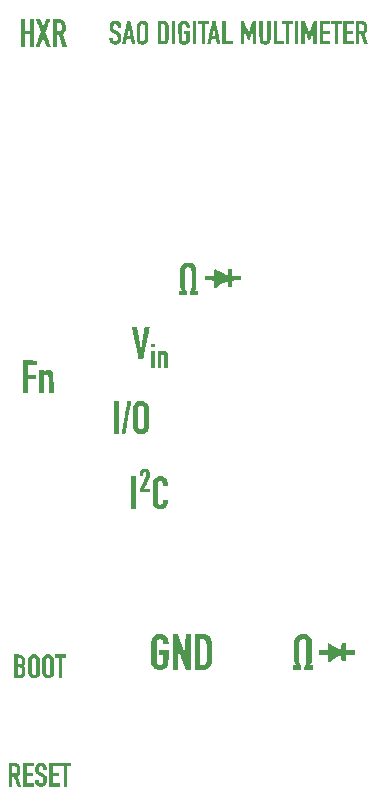
<source format=gto>
%TF.GenerationSoftware,KiCad,Pcbnew,8.99.0-3110-g1838b2656d*%
%TF.CreationDate,2024-11-19T22:29:11+01:00*%
%TF.ProjectId,dmm_sao_front,646d6d5f-7361-46f5-9f66-726f6e742e6b,1.0*%
%TF.SameCoordinates,PX4dbaf29PY3d7cb27*%
%TF.FileFunction,Legend,Top*%
%TF.FilePolarity,Positive*%
%FSLAX46Y46*%
G04 Gerber Fmt 4.6, Leading zero omitted, Abs format (unit mm)*
G04 Created by KiCad (PCBNEW 8.99.0-3110-g1838b2656d) date 2024-11-19 22:29:11*
%MOMM*%
%LPD*%
G01*
G04 APERTURE LIST*
%ADD10C,0.000000*%
G04 APERTURE END LIST*
D10*
%TO.C,G\u002A\u002A\u002A*%
G36*
X12223353Y-37655129D02*
G01*
X12223353Y-39042702D01*
X12022102Y-39042702D01*
X11820851Y-39042702D01*
X11820851Y-37655129D01*
X11820851Y-36267556D01*
X12022102Y-36267556D01*
X12223353Y-36267556D01*
X12223353Y-37655129D01*
G37*
G36*
X13685071Y-44031609D02*
G01*
X13685071Y-45419182D01*
X13483820Y-45419182D01*
X13282569Y-45419182D01*
X13282569Y-44031609D01*
X13282569Y-42644036D01*
X13483820Y-42644036D01*
X13685071Y-42644036D01*
X13685071Y-44031609D01*
G37*
G36*
X15273895Y-31585821D02*
G01*
X15273895Y-31734111D01*
X15125604Y-31734111D01*
X14977314Y-31734111D01*
X14977314Y-31585821D01*
X14977314Y-31437531D01*
X15125604Y-31437531D01*
X15273895Y-31437531D01*
X15273895Y-31585821D01*
G37*
G36*
X15273895Y-32728806D02*
G01*
X15273895Y-33450041D01*
X15125323Y-33450041D01*
X14976751Y-33450041D01*
X14982329Y-32735070D01*
X14987906Y-32020100D01*
X15130901Y-32013836D01*
X15273895Y-32007572D01*
X15273895Y-32728806D01*
G37*
G36*
X17011009Y-5073644D02*
G01*
X17011009Y-6079899D01*
X16862719Y-6079899D01*
X16714429Y-6079899D01*
X16714429Y-5073644D01*
X16714429Y-4067389D01*
X16862719Y-4067389D01*
X17011009Y-4067389D01*
X17011009Y-5073644D01*
G37*
G36*
X18790492Y-5073644D02*
G01*
X18790492Y-6079899D01*
X18642202Y-6079899D01*
X18493911Y-6079899D01*
X18493911Y-5073644D01*
X18493911Y-4067389D01*
X18642202Y-4067389D01*
X18790492Y-4067389D01*
X18790492Y-5073644D01*
G37*
G36*
X27433695Y-5073644D02*
G01*
X27433695Y-6079899D01*
X27285404Y-6079899D01*
X27137114Y-6079899D01*
X27137114Y-5073644D01*
X27137114Y-4067389D01*
X27285404Y-4067389D01*
X27433695Y-4067389D01*
X27433695Y-5073644D01*
G37*
G36*
X21290242Y-4925354D02*
G01*
X21290242Y-5783319D01*
X21576230Y-5783319D01*
X21862218Y-5783319D01*
X21862218Y-5931609D01*
X21862218Y-6079899D01*
X21427940Y-6079899D01*
X20993661Y-6079899D01*
X20993661Y-5073644D01*
X20993661Y-4067389D01*
X21141951Y-4067389D01*
X21290242Y-4067389D01*
X21290242Y-4925354D01*
G37*
G36*
X25633027Y-4925354D02*
G01*
X25633027Y-5783319D01*
X25919016Y-5783319D01*
X26205004Y-5783319D01*
X26205004Y-5931609D01*
X26205004Y-6079899D01*
X25770725Y-6079899D01*
X25336447Y-6079899D01*
X25336447Y-5073644D01*
X25336447Y-4067389D01*
X25484737Y-4067389D01*
X25633027Y-4067389D01*
X25633027Y-4925354D01*
G37*
G36*
X7774645Y-57864970D02*
G01*
X7774645Y-58002668D01*
X7605171Y-58002668D01*
X7435696Y-58002668D01*
X7435696Y-58871226D01*
X7435696Y-59739783D01*
X7287406Y-59739783D01*
X7139116Y-59739783D01*
X7139116Y-58871226D01*
X7139116Y-58002668D01*
X6969641Y-58002668D01*
X6800167Y-58002668D01*
X6800167Y-57864970D01*
X6800167Y-57727272D01*
X7287406Y-57727272D01*
X7774645Y-57727272D01*
X7774645Y-57864970D01*
G37*
G36*
X8198332Y-67037781D02*
G01*
X8198332Y-67175479D01*
X8028857Y-67175479D01*
X7859383Y-67175479D01*
X7859383Y-68044036D01*
X7859383Y-68912593D01*
X7711092Y-68912593D01*
X7562802Y-68912593D01*
X7562802Y-68044036D01*
X7562802Y-67175479D01*
X7393328Y-67175479D01*
X7223853Y-67175479D01*
X7223853Y-67037781D01*
X7223853Y-66900083D01*
X7711092Y-66900083D01*
X8198332Y-66900083D01*
X8198332Y-67037781D01*
G37*
G36*
X19892077Y-4205087D02*
G01*
X19892077Y-4342785D01*
X19722602Y-4342785D01*
X19553127Y-4342785D01*
X19553127Y-5211342D01*
X19553127Y-6079899D01*
X19404837Y-6079899D01*
X19256547Y-6079899D01*
X19256547Y-5211342D01*
X19256547Y-4342785D01*
X19087072Y-4342785D01*
X18917598Y-4342785D01*
X18917598Y-4205087D01*
X18917598Y-4067389D01*
X19404837Y-4067389D01*
X19892077Y-4067389D01*
X19892077Y-4205087D01*
G37*
G36*
X26988824Y-4205087D02*
G01*
X26988824Y-4342785D01*
X26819349Y-4342785D01*
X26649875Y-4342785D01*
X26649875Y-5211342D01*
X26649875Y-6079899D01*
X26501584Y-6079899D01*
X26353294Y-6079899D01*
X26353294Y-5211342D01*
X26353294Y-4342785D01*
X26183820Y-4342785D01*
X26014345Y-4342785D01*
X26014345Y-4205087D01*
X26014345Y-4067389D01*
X26501584Y-4067389D01*
X26988824Y-4067389D01*
X26988824Y-4205087D01*
G37*
G36*
X31119766Y-4205087D02*
G01*
X31119766Y-4342785D01*
X30950292Y-4342785D01*
X30780817Y-4342785D01*
X30780817Y-5211342D01*
X30780817Y-6079899D01*
X30632527Y-6079899D01*
X30484237Y-6079899D01*
X30484237Y-5211342D01*
X30484237Y-4342785D01*
X30314762Y-4342785D01*
X30145288Y-4342785D01*
X30145288Y-4205087D01*
X30145288Y-4067389D01*
X30632527Y-4067389D01*
X31119766Y-4067389D01*
X31119766Y-4205087D01*
G37*
G36*
X4679273Y-32838489D02*
G01*
X5267138Y-32844120D01*
X5267138Y-33034779D01*
X5267138Y-33225438D01*
X4880524Y-33231212D01*
X4493911Y-33236986D01*
X4493911Y-33649602D01*
X4493911Y-34062219D01*
X4832860Y-34062219D01*
X5171809Y-34062219D01*
X5171809Y-34252877D01*
X5171809Y-34443536D01*
X4832860Y-34443536D01*
X4493911Y-34443536D01*
X4493911Y-35026105D01*
X4493911Y-35608674D01*
X4292660Y-35608674D01*
X4091409Y-35608674D01*
X4091409Y-34220766D01*
X4091409Y-32832858D01*
X4679273Y-32838489D01*
G37*
G36*
X4999499Y-67037781D02*
G01*
X4999499Y-67175479D01*
X4713511Y-67175479D01*
X4427523Y-67175479D01*
X4427523Y-67472060D01*
X4427523Y-67768640D01*
X4681735Y-67768640D01*
X4935946Y-67768640D01*
X4935946Y-67906338D01*
X4935946Y-68044036D01*
X4681735Y-68044036D01*
X4427523Y-68044036D01*
X4427523Y-68330025D01*
X4427523Y-68616013D01*
X4713511Y-68616013D01*
X4999499Y-68616013D01*
X4999499Y-68764303D01*
X4999499Y-68912593D01*
X4565221Y-68912593D01*
X4130942Y-68912593D01*
X4130942Y-67906338D01*
X4130942Y-66900083D01*
X4565221Y-66900083D01*
X4999499Y-66900083D01*
X4999499Y-67037781D01*
G37*
G36*
X5020684Y-5093937D02*
G01*
X5020684Y-6270558D01*
X4851209Y-6270558D01*
X4681735Y-6270558D01*
X4681735Y-5751542D01*
X4681735Y-5232527D01*
X4480484Y-5232527D01*
X4279233Y-5232527D01*
X4279233Y-5751542D01*
X4279233Y-6270558D01*
X4109579Y-6270558D01*
X3939925Y-6270558D01*
X3945400Y-5100125D01*
X3950876Y-3929691D01*
X4114669Y-3923511D01*
X4278462Y-3917330D01*
X4284143Y-4421342D01*
X4289825Y-4925354D01*
X4485394Y-4931440D01*
X4680964Y-4937526D01*
X4686645Y-4433608D01*
X4692327Y-3929691D01*
X4856505Y-3923504D01*
X5020684Y-3917317D01*
X5020684Y-5093937D01*
G37*
G36*
X7202669Y-67037781D02*
G01*
X7202669Y-67175479D01*
X6916680Y-67175479D01*
X6630692Y-67175479D01*
X6630692Y-67472060D01*
X6630692Y-67768640D01*
X6884904Y-67768640D01*
X7139116Y-67768640D01*
X7139116Y-67906338D01*
X7139116Y-68044036D01*
X6884904Y-68044036D01*
X6630692Y-68044036D01*
X6630692Y-68330025D01*
X6630692Y-68616013D01*
X6916680Y-68616013D01*
X7202669Y-68616013D01*
X7202669Y-68764303D01*
X7202669Y-68912593D01*
X6768390Y-68912593D01*
X6334112Y-68912593D01*
X6334112Y-67906338D01*
X6334112Y-66900083D01*
X6768390Y-66900083D01*
X7202669Y-66900083D01*
X7202669Y-67037781D01*
G37*
G36*
X30124103Y-4205087D02*
G01*
X30124103Y-4342785D01*
X29838115Y-4342785D01*
X29552127Y-4342785D01*
X29552127Y-4639366D01*
X29552127Y-4935946D01*
X29806338Y-4935946D01*
X30060550Y-4935946D01*
X30060550Y-5073644D01*
X30060550Y-5211342D01*
X29806338Y-5211342D01*
X29552127Y-5211342D01*
X29552127Y-5497331D01*
X29552127Y-5783319D01*
X29838115Y-5783319D01*
X30124103Y-5783319D01*
X30124103Y-5931609D01*
X30124103Y-6079899D01*
X29689825Y-6079899D01*
X29255546Y-6079899D01*
X29255546Y-5073644D01*
X29255546Y-4067389D01*
X29689825Y-4067389D01*
X30124103Y-4067389D01*
X30124103Y-4205087D01*
G37*
G36*
X32094245Y-4205087D02*
G01*
X32094245Y-4342785D01*
X31808257Y-4342785D01*
X31522268Y-4342785D01*
X31522268Y-4639366D01*
X31522268Y-4935946D01*
X31776480Y-4935946D01*
X32030692Y-4935946D01*
X32030692Y-5073644D01*
X32030692Y-5211342D01*
X31776480Y-5211342D01*
X31522268Y-5211342D01*
X31522268Y-5497331D01*
X31522268Y-5783319D01*
X31808257Y-5783319D01*
X32094245Y-5783319D01*
X32094245Y-5931609D01*
X32094245Y-6079899D01*
X31659966Y-6079899D01*
X31225688Y-6079899D01*
X31225688Y-5073644D01*
X31225688Y-4067389D01*
X31659966Y-4067389D01*
X32094245Y-4067389D01*
X32094245Y-4205087D01*
G37*
G36*
X23027356Y-4575813D02*
G01*
X23075372Y-4713925D01*
X23119490Y-4837776D01*
X23157720Y-4942026D01*
X23188073Y-5021334D01*
X23208561Y-5070361D01*
X23216723Y-5084236D01*
X23230527Y-5065828D01*
X23252502Y-5017625D01*
X23277254Y-4951834D01*
X23299287Y-4888192D01*
X23331882Y-4793954D01*
X23371770Y-4678572D01*
X23415684Y-4551499D01*
X23453024Y-4443411D01*
X23582905Y-4067389D01*
X23728817Y-4067389D01*
X23874729Y-4067389D01*
X23874729Y-5073644D01*
X23874729Y-6079899D01*
X23726439Y-6079899D01*
X23578148Y-6079899D01*
X23576383Y-5481442D01*
X23574618Y-4882985D01*
X23433786Y-5301376D01*
X23292954Y-5719766D01*
X23213745Y-5719766D01*
X23134536Y-5719766D01*
X22997736Y-5301376D01*
X22860935Y-4882985D01*
X22859408Y-5481442D01*
X22857881Y-6079899D01*
X22709591Y-6079899D01*
X22561301Y-6079899D01*
X22561301Y-5073644D01*
X22561301Y-4067389D01*
X22706966Y-4067389D01*
X22852630Y-4067389D01*
X23027356Y-4575813D01*
G37*
G36*
X28153961Y-4575813D02*
G01*
X28201978Y-4713925D01*
X28246095Y-4837776D01*
X28284325Y-4942026D01*
X28314679Y-5021334D01*
X28335166Y-5070361D01*
X28343328Y-5084236D01*
X28357133Y-5065828D01*
X28379108Y-5017625D01*
X28403859Y-4951834D01*
X28425893Y-4888192D01*
X28458487Y-4793954D01*
X28498376Y-4678572D01*
X28542289Y-4551499D01*
X28579630Y-4443411D01*
X28709511Y-4067389D01*
X28855423Y-4067389D01*
X29001334Y-4067389D01*
X29001334Y-5073644D01*
X29001334Y-6079899D01*
X28853044Y-6079899D01*
X28704754Y-6079899D01*
X28702989Y-5481442D01*
X28701224Y-4882985D01*
X28560392Y-5301376D01*
X28419560Y-5719766D01*
X28340351Y-5719766D01*
X28261142Y-5719766D01*
X28124341Y-5301376D01*
X27987540Y-4882985D01*
X27986014Y-5481442D01*
X27984487Y-6079899D01*
X27836197Y-6079899D01*
X27687906Y-6079899D01*
X27687906Y-5073644D01*
X27687906Y-4067389D01*
X27833571Y-4067389D01*
X27979236Y-4067389D01*
X28153961Y-4575813D01*
G37*
G36*
X24430097Y-4884837D02*
G01*
X24436113Y-5702286D01*
X24495551Y-5753395D01*
X24569388Y-5796362D01*
X24640959Y-5797366D01*
X24708470Y-5756416D01*
X24712472Y-5752505D01*
X24764470Y-5700507D01*
X24764470Y-4883948D01*
X24764470Y-4067389D01*
X24924672Y-4067389D01*
X25084873Y-4067389D01*
X25078258Y-4909466D01*
X25076535Y-5120680D01*
X25074842Y-5293823D01*
X25072931Y-5433194D01*
X25070554Y-5543089D01*
X25067462Y-5627807D01*
X25063408Y-5691644D01*
X25058144Y-5738899D01*
X25051421Y-5773868D01*
X25042993Y-5800849D01*
X25032610Y-5824139D01*
X25024593Y-5839527D01*
X24943350Y-5951212D01*
X24838722Y-6033795D01*
X24718327Y-6084512D01*
X24589779Y-6100601D01*
X24460692Y-6079298D01*
X24413747Y-6061127D01*
X24331938Y-6008595D01*
X24252462Y-5931895D01*
X24187587Y-5844879D01*
X24150159Y-5763519D01*
X24145041Y-5723816D01*
X24140451Y-5646119D01*
X24136494Y-5534803D01*
X24133273Y-5394240D01*
X24130893Y-5228805D01*
X24129458Y-5042870D01*
X24129059Y-4877689D01*
X24128941Y-4067389D01*
X24276511Y-4067389D01*
X24424081Y-4067389D01*
X24430097Y-4884837D01*
G37*
G36*
X30505421Y-57054799D02*
G01*
X31066805Y-57379168D01*
X31072683Y-57087165D01*
X31078561Y-56795162D01*
X31258046Y-56795162D01*
X31437531Y-56795162D01*
X31437531Y-57091743D01*
X31437531Y-57388323D01*
X31808257Y-57388323D01*
X32178982Y-57388323D01*
X32178982Y-57568390D01*
X32178982Y-57748457D01*
X31808257Y-57748457D01*
X31437531Y-57748457D01*
X31437531Y-58034445D01*
X31437531Y-58320433D01*
X31258062Y-58320433D01*
X31078593Y-58320433D01*
X31072699Y-58036775D01*
X31066805Y-57753117D01*
X30537197Y-58059627D01*
X30399842Y-58139081D01*
X30273157Y-58212287D01*
X30162145Y-58276358D01*
X30071806Y-58328413D01*
X30007143Y-58365566D01*
X29973158Y-58384933D01*
X29970517Y-58386399D01*
X29956483Y-58391418D01*
X29946510Y-58384842D01*
X29939911Y-58360937D01*
X29935998Y-58313971D01*
X29934082Y-58238211D01*
X29933475Y-58127925D01*
X29933444Y-58077559D01*
X29933444Y-57748457D01*
X29541534Y-57748457D01*
X29149625Y-57748457D01*
X29149625Y-57568390D01*
X29149625Y-57388323D01*
X29540997Y-57388323D01*
X29932368Y-57388323D01*
X29938203Y-57059376D01*
X29944037Y-56730429D01*
X30505421Y-57054799D01*
G37*
G36*
X18303253Y-57504096D02*
G01*
X18303253Y-59019516D01*
X18096401Y-59019516D01*
X17889550Y-59019516D01*
X17594645Y-58209216D01*
X17529223Y-58029868D01*
X17467015Y-57860102D01*
X17409793Y-57704702D01*
X17359330Y-57568452D01*
X17317401Y-57456134D01*
X17285780Y-57372534D01*
X17266239Y-57322434D01*
X17262792Y-57314178D01*
X17253801Y-57294806D01*
X17246391Y-57284064D01*
X17240401Y-57285342D01*
X17235671Y-57302027D01*
X17232040Y-57337507D01*
X17229348Y-57395173D01*
X17227433Y-57478412D01*
X17226134Y-57590612D01*
X17225292Y-57735162D01*
X17224744Y-57915452D01*
X17224349Y-58124478D01*
X17222852Y-59019516D01*
X17011009Y-59019516D01*
X16799166Y-59019516D01*
X16799166Y-57504837D01*
X16799166Y-55990158D01*
X16999167Y-55990158D01*
X17109670Y-55992749D01*
X17180468Y-56000715D01*
X17213914Y-56014343D01*
X17215701Y-56016638D01*
X17226145Y-56041602D01*
X17249306Y-56102248D01*
X17283637Y-56194363D01*
X17327590Y-56313732D01*
X17379619Y-56456144D01*
X17438176Y-56617384D01*
X17501714Y-56793240D01*
X17544338Y-56911676D01*
X17856442Y-57780233D01*
X17862708Y-56890492D01*
X17868974Y-56000750D01*
X18086113Y-55994713D01*
X18303253Y-55988676D01*
X18303253Y-57504096D01*
G37*
G36*
X6443901Y-33651596D02*
G01*
X6545613Y-33717136D01*
X6626975Y-33814593D01*
X6639019Y-33835714D01*
X6650924Y-33859054D01*
X6660691Y-33883083D01*
X6668570Y-33912102D01*
X6674808Y-33950412D01*
X6679655Y-34002311D01*
X6683360Y-34072101D01*
X6686171Y-34164082D01*
X6688338Y-34282553D01*
X6690109Y-34431815D01*
X6691734Y-34616168D01*
X6692904Y-34766597D01*
X6699320Y-35608674D01*
X6496949Y-35608674D01*
X6294578Y-35608674D01*
X6294460Y-34925480D01*
X6293987Y-34715669D01*
X6292360Y-34544020D01*
X6289145Y-34406332D01*
X6283908Y-34298405D01*
X6276215Y-34216037D01*
X6265633Y-34155027D01*
X6251727Y-34111176D01*
X6234065Y-34080282D01*
X6212213Y-34058144D01*
X6204304Y-34052251D01*
X6130583Y-34023905D01*
X6047902Y-34026343D01*
X5975675Y-34058886D01*
X5973864Y-34060328D01*
X5923852Y-34100805D01*
X5917784Y-34854740D01*
X5911715Y-35608674D01*
X5700644Y-35608674D01*
X5489574Y-35608674D01*
X5489574Y-34623603D01*
X5489574Y-33638532D01*
X5701417Y-33638532D01*
X5913260Y-33638532D01*
X5913260Y-33720475D01*
X5913260Y-33802417D01*
X5987046Y-33732828D01*
X6093412Y-33658589D01*
X6210126Y-33621112D01*
X6329514Y-33619185D01*
X6443901Y-33651596D01*
G37*
G36*
X15803503Y-32073635D02*
G01*
X15803503Y-32139698D01*
X15882475Y-32074603D01*
X15937310Y-32035150D01*
X15989818Y-32015677D01*
X16059854Y-32009669D01*
X16080869Y-32009507D01*
X16167813Y-32015358D01*
X16228816Y-32035450D01*
X16256532Y-32053747D01*
X16289238Y-32080859D01*
X16315327Y-32108416D01*
X16335547Y-32141322D01*
X16350643Y-32184478D01*
X16361364Y-32242789D01*
X16368455Y-32321158D01*
X16372665Y-32424487D01*
X16374738Y-32557681D01*
X16375424Y-32725642D01*
X16375479Y-32834644D01*
X16375479Y-33450041D01*
X16227189Y-33450041D01*
X16078899Y-33450041D01*
X16078899Y-32913124D01*
X16078715Y-32747767D01*
X16077921Y-32619592D01*
X16076150Y-32523411D01*
X16073038Y-32454039D01*
X16068220Y-32406288D01*
X16061329Y-32374974D01*
X16052002Y-32354908D01*
X16039872Y-32340905D01*
X16038512Y-32339658D01*
X15977730Y-32311639D01*
X15927294Y-32309894D01*
X15892653Y-32316542D01*
X15865235Y-32332080D01*
X15844194Y-32360971D01*
X15828685Y-32407681D01*
X15817863Y-32476672D01*
X15810883Y-32572410D01*
X15806901Y-32699360D01*
X15805070Y-32861984D01*
X15804698Y-32957506D01*
X15803503Y-33450041D01*
X15654931Y-33450041D01*
X15506359Y-33450041D01*
X15511937Y-32735070D01*
X15517514Y-32020100D01*
X15660509Y-32013836D01*
X15803503Y-32007572D01*
X15803503Y-32073635D01*
G37*
G36*
X20342243Y-25067357D02*
G01*
X20366779Y-25080418D01*
X20423074Y-25111992D01*
X20506262Y-25159296D01*
X20611473Y-25219549D01*
X20733839Y-25289969D01*
X20868491Y-25367775D01*
X20898332Y-25385058D01*
X21427940Y-25691919D01*
X21433834Y-25408261D01*
X21439728Y-25124603D01*
X21619196Y-25124603D01*
X21798665Y-25124603D01*
X21798665Y-25410592D01*
X21798665Y-25696580D01*
X22169391Y-25696580D01*
X22540117Y-25696580D01*
X22540117Y-25876146D01*
X22540117Y-26055713D01*
X22174687Y-26061509D01*
X21809258Y-26067306D01*
X21803364Y-26358590D01*
X21797470Y-26649874D01*
X21618599Y-26649874D01*
X21439728Y-26649874D01*
X21433834Y-26365408D01*
X21427940Y-26080942D01*
X20880802Y-26397185D01*
X20742929Y-26476718D01*
X20617246Y-26548919D01*
X20508337Y-26611179D01*
X20420782Y-26660890D01*
X20359165Y-26695443D01*
X20328067Y-26712230D01*
X20325265Y-26713427D01*
X20322003Y-26693455D01*
X20318540Y-26638379D01*
X20315194Y-26555461D01*
X20312288Y-26451964D01*
X20311019Y-26390366D01*
X20305171Y-26067306D01*
X19907965Y-26061542D01*
X19510759Y-26055779D01*
X19510759Y-25876179D01*
X19510759Y-25696580D01*
X19913261Y-25696580D01*
X20315763Y-25696580D01*
X20315763Y-25376549D01*
X20316543Y-25248889D01*
X20319154Y-25158853D01*
X20323999Y-25101718D01*
X20331483Y-25072762D01*
X20342010Y-25067265D01*
X20342243Y-25067357D01*
G37*
G36*
X6953753Y-3925025D02*
G01*
X7111092Y-3931544D01*
X7233098Y-3940391D01*
X7326802Y-3953168D01*
X7399233Y-3971477D01*
X7457422Y-3996919D01*
X7508398Y-4031097D01*
X7541076Y-4058828D01*
X7613780Y-4135891D01*
X7665589Y-4220848D01*
X7699815Y-4322710D01*
X7719770Y-4450486D01*
X7727226Y-4565221D01*
X7727182Y-4726534D01*
X7711041Y-4855940D01*
X7676219Y-4961688D01*
X7620135Y-5052026D01*
X7552180Y-5124371D01*
X7458386Y-5210828D01*
X7636717Y-5741503D01*
X7815048Y-6272179D01*
X7631559Y-6266073D01*
X7448070Y-6259966D01*
X7296003Y-5772727D01*
X7143935Y-5285487D01*
X7046196Y-5279031D01*
X6948457Y-5272574D01*
X6948457Y-5771566D01*
X6948457Y-6270558D01*
X6778982Y-6270558D01*
X6609508Y-6270558D01*
X6609508Y-5092077D01*
X6609508Y-4984460D01*
X6948457Y-4984460D01*
X7095668Y-4972118D01*
X7177105Y-4962417D01*
X7246797Y-4949057D01*
X7288120Y-4935564D01*
X7340189Y-4883933D01*
X7374855Y-4794840D01*
X7391683Y-4669644D01*
X7393328Y-4606175D01*
X7384323Y-4469966D01*
X7356807Y-4370169D01*
X7310028Y-4304729D01*
X7274796Y-4282167D01*
X7225641Y-4269353D01*
X7151858Y-4260606D01*
X7085158Y-4258048D01*
X6948457Y-4258048D01*
X6948457Y-4621254D01*
X6948457Y-4984460D01*
X6609508Y-4984460D01*
X6609508Y-4621254D01*
X6609508Y-3913596D01*
X6953753Y-3925025D01*
G37*
G36*
X13273967Y-36304628D02*
G01*
X13268147Y-36335410D01*
X13255483Y-36404124D01*
X13236660Y-36507011D01*
X13212360Y-36640308D01*
X13183268Y-36800255D01*
X13150069Y-36983091D01*
X13113445Y-37185053D01*
X13074082Y-37402382D01*
X13032663Y-37631315D01*
X13028357Y-37655129D01*
X12986767Y-37885033D01*
X12947163Y-38103715D01*
X12910229Y-38307414D01*
X12876650Y-38492369D01*
X12847108Y-38654818D01*
X12822289Y-38791001D01*
X12802877Y-38897156D01*
X12789554Y-38969523D01*
X12783007Y-39004338D01*
X12782747Y-39005629D01*
X12774750Y-39035396D01*
X12759542Y-39052773D01*
X12727442Y-39061093D01*
X12668772Y-39063689D01*
X12613579Y-39063886D01*
X12523183Y-39060788D01*
X12470163Y-39051750D01*
X12456380Y-39040234D01*
X12460067Y-39016489D01*
X12470615Y-38955314D01*
X12487254Y-38860953D01*
X12509212Y-38737653D01*
X12535719Y-38589658D01*
X12566006Y-38421214D01*
X12599301Y-38236566D01*
X12634834Y-38039960D01*
X12671835Y-37835640D01*
X12709532Y-37627853D01*
X12747157Y-37420843D01*
X12783937Y-37218855D01*
X12819104Y-37026135D01*
X12851885Y-36846929D01*
X12881511Y-36685481D01*
X12907212Y-36546038D01*
X12928217Y-36432843D01*
X12943755Y-36350143D01*
X12953055Y-36302182D01*
X12954774Y-36294036D01*
X12963546Y-36269740D01*
X12982452Y-36255477D01*
X13020972Y-36248606D01*
X13088588Y-36246483D01*
X13125773Y-36246371D01*
X13285935Y-36246371D01*
X13273967Y-36304628D01*
G37*
G36*
X14548423Y-41988608D02*
G01*
X14654046Y-42035304D01*
X14743469Y-42112564D01*
X14791501Y-42183301D01*
X14813423Y-42229882D01*
X14827567Y-42278161D01*
X14835553Y-42339024D01*
X14839001Y-42423358D01*
X14839584Y-42506338D01*
X14839831Y-42575193D01*
X14839235Y-42631499D01*
X14835829Y-42680621D01*
X14827644Y-42727926D01*
X14812708Y-42778779D01*
X14789055Y-42838545D01*
X14754713Y-42912589D01*
X14707714Y-43006279D01*
X14646089Y-43124979D01*
X14567868Y-43274054D01*
X14534411Y-43337823D01*
X14342831Y-43703252D01*
X14596520Y-43703252D01*
X14850208Y-43703252D01*
X14850208Y-43851542D01*
X14850208Y-43999833D01*
X14415930Y-43999833D01*
X13981651Y-43999833D01*
X13982018Y-43867431D01*
X13982763Y-43827839D01*
X13986189Y-43791367D01*
X13994442Y-43752965D01*
X14009667Y-43707583D01*
X14034012Y-43650172D01*
X14069620Y-43575683D01*
X14118637Y-43479067D01*
X14183210Y-43355273D01*
X14265483Y-43199254D01*
X14267822Y-43194829D01*
X14553258Y-42654628D01*
X14553443Y-42502580D01*
X14552146Y-42421549D01*
X14545719Y-42370742D01*
X14530723Y-42338043D01*
X14503719Y-42311342D01*
X14497810Y-42306625D01*
X14439241Y-42270357D01*
X14391262Y-42269564D01*
X14340326Y-42304901D01*
X14330230Y-42314716D01*
X14296436Y-42358966D01*
X14281098Y-42413586D01*
X14278232Y-42473599D01*
X14278232Y-42580483D01*
X14127095Y-42580483D01*
X13975958Y-42580483D01*
X13986223Y-42437489D01*
X14002142Y-42326564D01*
X14030621Y-42230461D01*
X14041834Y-42205689D01*
X14115088Y-42102951D01*
X14209931Y-42029648D01*
X14318807Y-41986006D01*
X14434157Y-41972251D01*
X14548423Y-41988608D01*
G37*
G36*
X15944457Y-4071317D02*
G01*
X16076235Y-4084829D01*
X16178767Y-4110520D01*
X16258325Y-4150981D01*
X16321181Y-4208806D01*
X16373605Y-4286589D01*
X16391938Y-4321601D01*
X16449625Y-4438115D01*
X16449625Y-5063052D01*
X16449175Y-5263481D01*
X16447244Y-5426485D01*
X16442960Y-5557006D01*
X16435448Y-5659984D01*
X16423835Y-5740358D01*
X16407250Y-5803070D01*
X16384818Y-5853059D01*
X16355667Y-5895266D01*
X16318923Y-5934631D01*
X16291004Y-5960629D01*
X16234712Y-6005424D01*
X16174802Y-6037735D01*
X16103176Y-6059441D01*
X16011732Y-6072420D01*
X15892371Y-6078549D01*
X15777022Y-6079781D01*
X15506922Y-6079899D01*
X15506922Y-5809596D01*
X15803503Y-5809596D01*
X15933760Y-5800174D01*
X16014370Y-5790838D01*
X16065495Y-5774331D01*
X16099924Y-5746288D01*
X16103234Y-5742320D01*
X16114656Y-5725470D01*
X16123629Y-5703123D01*
X16130446Y-5670366D01*
X16135399Y-5622291D01*
X16138780Y-5553985D01*
X16140881Y-5460540D01*
X16141995Y-5337043D01*
X16142413Y-5178585D01*
X16142452Y-5083071D01*
X16142386Y-4906372D01*
X16141942Y-4767057D01*
X16140752Y-4660139D01*
X16138448Y-4580634D01*
X16134661Y-4523555D01*
X16129022Y-4483918D01*
X16121165Y-4456737D01*
X16110719Y-4437027D01*
X16097317Y-4419802D01*
X16093080Y-4414856D01*
X16053633Y-4378913D01*
X16003777Y-4358645D01*
X15927942Y-4347865D01*
X15923606Y-4347499D01*
X15803503Y-4337539D01*
X15803503Y-5073567D01*
X15803503Y-5809596D01*
X15506922Y-5809596D01*
X15506922Y-5073644D01*
X15506922Y-5073567D01*
X15506922Y-4067389D01*
X15777162Y-4067389D01*
X15944457Y-4071317D01*
G37*
G36*
X3204128Y-66900201D02*
G01*
X3370767Y-66903442D01*
X3501915Y-66914602D01*
X3604089Y-66936066D01*
X3683802Y-66970224D01*
X3747571Y-67019463D01*
X3801912Y-67086171D01*
X3828984Y-67129199D01*
X3853885Y-67174224D01*
X3870479Y-67215315D01*
X3880441Y-67262620D01*
X3885445Y-67326285D01*
X3887168Y-67416457D01*
X3887323Y-67482652D01*
X3884991Y-67614022D01*
X3875931Y-67712685D01*
X3857049Y-67788145D01*
X3825249Y-67849906D01*
X3777435Y-67907475D01*
X3735949Y-67947472D01*
X3662911Y-68014384D01*
X3812095Y-68447600D01*
X3855942Y-68575619D01*
X3894700Y-68690107D01*
X3926362Y-68785019D01*
X3948917Y-68854313D01*
X3960358Y-68891945D01*
X3961373Y-68896705D01*
X3941991Y-68904390D01*
X3890734Y-68910031D01*
X3818083Y-68912551D01*
X3806755Y-68912593D01*
X3652042Y-68912593D01*
X3606906Y-68769599D01*
X3583019Y-68693679D01*
X3550645Y-68590447D01*
X3513899Y-68473040D01*
X3476897Y-68354596D01*
X3474188Y-68345913D01*
X3386607Y-68065221D01*
X3303312Y-68065221D01*
X3220017Y-68065221D01*
X3220017Y-68488907D01*
X3220017Y-68912593D01*
X3071726Y-68912593D01*
X2923436Y-68912593D01*
X2923436Y-67906338D01*
X2923436Y-67789824D01*
X3220017Y-67789824D01*
X3345390Y-67789824D01*
X3419334Y-67787682D01*
X3479289Y-67782149D01*
X3505056Y-67776665D01*
X3551528Y-67736761D01*
X3583518Y-67660624D01*
X3599632Y-67552319D01*
X3601334Y-67495675D01*
X3598339Y-67411955D01*
X3590511Y-67337999D01*
X3580285Y-67292347D01*
X3538722Y-67238907D01*
X3464999Y-67199519D01*
X3368110Y-67178160D01*
X3316026Y-67175479D01*
X3220017Y-67175479D01*
X3220017Y-67482652D01*
X3220017Y-67789824D01*
X2923436Y-67789824D01*
X2923436Y-67482652D01*
X2923436Y-66900083D01*
X3204128Y-66900201D01*
G37*
G36*
X32565596Y-4067507D02*
G01*
X32732235Y-4070749D01*
X32863383Y-4081908D01*
X32965556Y-4103372D01*
X33045270Y-4137530D01*
X33109039Y-4186769D01*
X33163380Y-4253477D01*
X33190452Y-4296505D01*
X33215353Y-4341530D01*
X33231947Y-4382621D01*
X33241908Y-4429926D01*
X33246913Y-4493591D01*
X33248635Y-4583764D01*
X33248790Y-4649958D01*
X33246459Y-4781328D01*
X33237399Y-4879991D01*
X33218517Y-4955451D01*
X33186716Y-5017212D01*
X33138902Y-5074781D01*
X33097417Y-5114778D01*
X33024379Y-5181690D01*
X33173563Y-5614906D01*
X33217410Y-5742925D01*
X33256168Y-5857413D01*
X33287830Y-5952326D01*
X33310385Y-6021620D01*
X33321826Y-6059251D01*
X33322841Y-6064011D01*
X33303459Y-6071696D01*
X33252202Y-6077337D01*
X33179551Y-6079857D01*
X33168223Y-6079899D01*
X33013510Y-6079899D01*
X32968374Y-5936905D01*
X32944487Y-5860986D01*
X32912113Y-5757753D01*
X32875367Y-5640346D01*
X32838365Y-5521902D01*
X32835656Y-5513219D01*
X32748075Y-5232527D01*
X32664780Y-5232527D01*
X32581484Y-5232527D01*
X32581484Y-5656213D01*
X32581484Y-6079899D01*
X32433194Y-6079899D01*
X32284904Y-6079899D01*
X32284904Y-5073644D01*
X32284904Y-4957130D01*
X32581484Y-4957130D01*
X32706858Y-4957130D01*
X32780802Y-4954988D01*
X32840756Y-4949455D01*
X32866524Y-4943971D01*
X32912996Y-4904067D01*
X32944986Y-4827930D01*
X32961100Y-4719625D01*
X32962802Y-4662981D01*
X32959807Y-4579261D01*
X32951978Y-4505306D01*
X32941753Y-4459653D01*
X32900190Y-4406213D01*
X32826467Y-4366825D01*
X32729578Y-4345466D01*
X32677494Y-4342785D01*
X32581484Y-4342785D01*
X32581484Y-4649958D01*
X32581484Y-4957130D01*
X32284904Y-4957130D01*
X32284904Y-4649958D01*
X32284904Y-4067389D01*
X32565596Y-4067507D01*
G37*
G36*
X17888281Y-4068741D02*
G01*
X18003274Y-4114570D01*
X18103121Y-4190559D01*
X18180715Y-4296611D01*
X18186037Y-4306971D01*
X18226426Y-4413794D01*
X18239624Y-4527554D01*
X18239700Y-4538571D01*
X18239700Y-4662486D01*
X18096705Y-4656222D01*
X17953711Y-4649958D01*
X17947006Y-4554628D01*
X17924411Y-4458598D01*
X17875618Y-4391522D01*
X17806055Y-4357101D01*
X17721151Y-4359034D01*
X17679836Y-4372561D01*
X17646436Y-4389244D01*
X17619783Y-4411387D01*
X17599199Y-4443507D01*
X17584005Y-4490122D01*
X17573522Y-4555749D01*
X17567074Y-4644905D01*
X17563982Y-4762107D01*
X17563568Y-4911874D01*
X17565153Y-5098723D01*
X17565563Y-5133767D01*
X17572393Y-5702313D01*
X17631832Y-5753408D01*
X17707804Y-5796545D01*
X17789717Y-5798574D01*
X17856867Y-5773510D01*
X17892308Y-5752302D01*
X17916464Y-5726603D01*
X17931478Y-5688456D01*
X17939492Y-5629905D01*
X17942650Y-5542994D01*
X17943119Y-5453229D01*
X17943119Y-5232527D01*
X17826605Y-5232527D01*
X17710092Y-5232527D01*
X17710092Y-5105421D01*
X17710092Y-4978315D01*
X17976154Y-4978315D01*
X18242217Y-4978315D01*
X18235662Y-5389660D01*
X18229107Y-5801005D01*
X18165193Y-5891869D01*
X18072621Y-5988502D01*
X17955878Y-6056923D01*
X17824938Y-6094005D01*
X17689774Y-6096623D01*
X17588046Y-6072805D01*
X17480146Y-6014471D01*
X17384169Y-5927294D01*
X17323427Y-5840632D01*
X17310263Y-5814763D01*
X17299779Y-5788538D01*
X17291671Y-5757047D01*
X17285633Y-5715378D01*
X17281361Y-5658619D01*
X17278550Y-5581857D01*
X17276895Y-5480183D01*
X17276091Y-5348683D01*
X17275833Y-5182446D01*
X17275813Y-5073644D01*
X17275813Y-4395746D01*
X17334810Y-4295381D01*
X17418953Y-4188959D01*
X17523477Y-4113181D01*
X17641277Y-4067949D01*
X17765247Y-4053168D01*
X17888281Y-4068741D01*
G37*
G36*
X5177481Y-57728521D02*
G01*
X5292373Y-57774437D01*
X5392163Y-57850484D01*
X5469773Y-57956537D01*
X5476768Y-57970265D01*
X5530799Y-58080700D01*
X5524657Y-58770759D01*
X5518515Y-59460817D01*
X5454601Y-59551717D01*
X5362051Y-59648359D01*
X5245328Y-59716791D01*
X5114401Y-59753885D01*
X4979241Y-59756514D01*
X4877454Y-59732689D01*
X4769554Y-59674354D01*
X4673577Y-59587177D01*
X4612835Y-59500515D01*
X4599670Y-59474646D01*
X4589187Y-59448422D01*
X4581079Y-59416931D01*
X4575041Y-59375261D01*
X4570769Y-59318502D01*
X4567958Y-59241741D01*
X4566303Y-59140066D01*
X4565499Y-59008566D01*
X4565241Y-58842329D01*
X4565221Y-58733527D01*
X4565221Y-58567197D01*
X4852947Y-58567197D01*
X4854495Y-58752884D01*
X4854971Y-58793650D01*
X4861801Y-59362197D01*
X4921240Y-59413292D01*
X4997212Y-59456429D01*
X5079125Y-59458457D01*
X5146275Y-59433394D01*
X5192838Y-59401100D01*
X5219368Y-59368108D01*
X5222753Y-59338732D01*
X5225815Y-59272683D01*
X5228439Y-59175654D01*
X5230507Y-59053341D01*
X5231903Y-58911437D01*
X5232510Y-58755637D01*
X5232527Y-58724895D01*
X5232455Y-58548486D01*
X5232001Y-58409553D01*
X5230807Y-58303202D01*
X5228516Y-58224540D01*
X5224770Y-58168676D01*
X5219213Y-58130714D01*
X5211486Y-58105764D01*
X5201232Y-58088931D01*
X5188095Y-58075323D01*
X5184862Y-58072349D01*
X5110672Y-58023072D01*
X5034501Y-58013757D01*
X4970620Y-58031869D01*
X4936857Y-58048630D01*
X4909911Y-58070673D01*
X4889096Y-58102522D01*
X4873725Y-58148702D01*
X4863112Y-58213736D01*
X4856569Y-58302147D01*
X4853409Y-58418460D01*
X4852947Y-58567197D01*
X4565221Y-58567197D01*
X4565221Y-58055629D01*
X4624218Y-57955264D01*
X4708451Y-57848657D01*
X4812972Y-57772804D01*
X4930702Y-57727580D01*
X5054565Y-57712860D01*
X5177481Y-57728521D01*
G37*
G36*
X6363803Y-57728521D02*
G01*
X6478695Y-57774437D01*
X6578485Y-57850484D01*
X6656095Y-57956537D01*
X6663090Y-57970265D01*
X6717121Y-58080700D01*
X6710979Y-58770759D01*
X6704837Y-59460817D01*
X6640922Y-59551717D01*
X6548373Y-59648359D01*
X6431650Y-59716791D01*
X6300723Y-59753885D01*
X6165563Y-59756514D01*
X6063776Y-59732689D01*
X5955876Y-59674354D01*
X5859899Y-59587177D01*
X5799157Y-59500515D01*
X5785992Y-59474646D01*
X5775509Y-59448422D01*
X5767401Y-59416931D01*
X5761363Y-59375261D01*
X5757091Y-59318502D01*
X5754280Y-59241741D01*
X5752625Y-59140066D01*
X5751821Y-59008566D01*
X5751562Y-58842329D01*
X5751543Y-58733527D01*
X5751543Y-58567197D01*
X6039269Y-58567197D01*
X6040817Y-58752884D01*
X6041293Y-58793650D01*
X6048123Y-59362197D01*
X6107561Y-59413292D01*
X6183534Y-59456429D01*
X6265447Y-59458457D01*
X6332596Y-59433394D01*
X6379160Y-59401100D01*
X6405690Y-59368108D01*
X6409075Y-59338732D01*
X6412137Y-59272683D01*
X6414761Y-59175654D01*
X6416829Y-59053341D01*
X6418225Y-58911437D01*
X6418832Y-58755637D01*
X6418849Y-58724895D01*
X6418777Y-58548486D01*
X6418323Y-58409553D01*
X6417129Y-58303202D01*
X6414838Y-58224540D01*
X6411092Y-58168676D01*
X6405535Y-58130714D01*
X6397808Y-58105764D01*
X6387554Y-58088931D01*
X6374417Y-58075323D01*
X6371184Y-58072349D01*
X6296994Y-58023072D01*
X6220823Y-58013757D01*
X6156942Y-58031869D01*
X6123179Y-58048630D01*
X6096233Y-58070673D01*
X6075418Y-58102522D01*
X6060047Y-58148702D01*
X6049433Y-58213736D01*
X6042890Y-58302147D01*
X6039731Y-58418460D01*
X6039269Y-58567197D01*
X5751543Y-58567197D01*
X5751543Y-58055629D01*
X5810540Y-57955264D01*
X5894773Y-57848657D01*
X5999294Y-57772804D01*
X6117024Y-57727580D01*
X6240887Y-57712860D01*
X6363803Y-57728521D01*
G37*
G36*
X14371476Y-4068638D02*
G01*
X14486368Y-4114554D01*
X14586158Y-4190600D01*
X14663768Y-4296654D01*
X14670763Y-4310381D01*
X14724794Y-4420817D01*
X14718652Y-5110876D01*
X14712510Y-5800934D01*
X14648596Y-5891833D01*
X14556046Y-5988476D01*
X14439323Y-6056907D01*
X14308396Y-6094001D01*
X14173236Y-6096631D01*
X14071449Y-6072805D01*
X13963549Y-6014471D01*
X13867572Y-5927294D01*
X13806830Y-5840632D01*
X13793665Y-5814763D01*
X13783182Y-5788538D01*
X13775074Y-5757047D01*
X13769036Y-5715378D01*
X13764764Y-5658619D01*
X13761953Y-5581857D01*
X13760298Y-5480183D01*
X13759494Y-5348683D01*
X13759236Y-5182446D01*
X13759216Y-5073644D01*
X13759216Y-4907314D01*
X14046942Y-4907314D01*
X14048490Y-5093000D01*
X14048966Y-5133767D01*
X14055796Y-5702313D01*
X14115235Y-5753408D01*
X14191207Y-5796545D01*
X14273120Y-5798574D01*
X14340270Y-5773510D01*
X14386833Y-5741217D01*
X14413363Y-5708225D01*
X14416748Y-5678849D01*
X14419810Y-5612800D01*
X14422434Y-5515771D01*
X14424502Y-5393458D01*
X14425898Y-5251554D01*
X14426505Y-5095754D01*
X14426522Y-5065012D01*
X14426450Y-4888603D01*
X14425996Y-4749669D01*
X14424802Y-4643318D01*
X14422511Y-4564657D01*
X14418765Y-4508792D01*
X14413208Y-4470831D01*
X14405481Y-4445881D01*
X14395227Y-4429048D01*
X14382090Y-4415439D01*
X14378857Y-4412466D01*
X14304667Y-4363189D01*
X14228496Y-4353874D01*
X14164615Y-4371986D01*
X14130852Y-4388746D01*
X14103906Y-4410790D01*
X14083091Y-4442639D01*
X14067720Y-4488819D01*
X14057107Y-4553853D01*
X14050564Y-4642264D01*
X14047404Y-4758576D01*
X14046942Y-4907314D01*
X13759216Y-4907314D01*
X13759216Y-4395746D01*
X13818213Y-4295381D01*
X13902446Y-4188774D01*
X14006967Y-4112921D01*
X14124697Y-4067697D01*
X14248560Y-4052977D01*
X14371476Y-4068638D01*
G37*
G36*
X14281600Y-36277682D02*
G01*
X14431738Y-36331284D01*
X14558700Y-36420271D01*
X14662014Y-36544356D01*
X14706531Y-36623256D01*
X14776063Y-36764496D01*
X14776063Y-37665275D01*
X14776063Y-38566055D01*
X14725606Y-38677698D01*
X14663624Y-38779536D01*
X14575786Y-38878422D01*
X14474373Y-38962860D01*
X14371670Y-39021354D01*
X14349355Y-39029862D01*
X14245924Y-39052476D01*
X14121818Y-39061108D01*
X13995512Y-39055807D01*
X13885477Y-39036623D01*
X13859488Y-39028554D01*
X13765781Y-38979772D01*
X13668250Y-38903229D01*
X13578963Y-38810441D01*
X13509982Y-38712925D01*
X13491908Y-38677698D01*
X13441451Y-38566055D01*
X13441451Y-37665275D01*
X13441451Y-37660746D01*
X13854545Y-37660746D01*
X13854599Y-37872378D01*
X13854898Y-38045780D01*
X13855651Y-38185089D01*
X13857063Y-38294443D01*
X13859343Y-38377980D01*
X13862698Y-38439839D01*
X13867335Y-38484156D01*
X13873461Y-38515071D01*
X13881284Y-38536720D01*
X13891011Y-38553243D01*
X13899840Y-38564963D01*
X13975006Y-38628624D01*
X14068139Y-38659145D01*
X14168374Y-38654431D01*
X14235629Y-38629728D01*
X14266467Y-38613619D01*
X14291878Y-38597504D01*
X14312387Y-38577380D01*
X14328518Y-38549245D01*
X14340797Y-38509097D01*
X14349749Y-38452933D01*
X14355899Y-38376751D01*
X14359771Y-38276548D01*
X14361891Y-38148322D01*
X14362783Y-37988070D01*
X14362974Y-37791790D01*
X14362969Y-37658889D01*
X14362969Y-36814111D01*
X14290942Y-36742085D01*
X14241188Y-36698010D01*
X14194793Y-36676703D01*
X14131789Y-36670269D01*
X14108757Y-36670058D01*
X14037636Y-36673772D01*
X13988644Y-36690176D01*
X13941817Y-36727163D01*
X13926572Y-36742085D01*
X13854545Y-36814111D01*
X13854545Y-37660746D01*
X13441451Y-37660746D01*
X13441451Y-36814111D01*
X13441451Y-36764496D01*
X13510984Y-36623256D01*
X13601724Y-36480902D01*
X13716358Y-36373497D01*
X13854416Y-36301326D01*
X14015426Y-36264676D01*
X14108757Y-36259751D01*
X14281600Y-36277682D01*
G37*
G36*
X3776364Y-57730081D02*
G01*
X3894941Y-57739715D01*
X3987474Y-57757990D01*
X4061976Y-57786719D01*
X4126462Y-57827715D01*
X4149220Y-57846213D01*
X4225579Y-57930464D01*
X4275843Y-58033316D01*
X4302490Y-58161627D01*
X4308470Y-58286919D01*
X4302533Y-58407400D01*
X4282730Y-58498214D01*
X4245045Y-58570903D01*
X4187221Y-58635368D01*
X4133553Y-58685499D01*
X4194387Y-58736687D01*
X4243664Y-58790712D01*
X4277630Y-58860693D01*
X4298218Y-58953830D01*
X4307361Y-59077323D01*
X4308210Y-59160814D01*
X4306341Y-59265086D01*
X4300519Y-59340117D01*
X4288427Y-59399003D01*
X4267750Y-59454839D01*
X4249200Y-59494495D01*
X4200407Y-59578054D01*
X4143525Y-59636635D01*
X4092298Y-59670962D01*
X4051297Y-59693742D01*
X4012886Y-59709902D01*
X3968481Y-59720809D01*
X3909501Y-59727826D01*
X3827362Y-59732320D01*
X3713482Y-59735656D01*
X3680775Y-59736430D01*
X3368307Y-59743669D01*
X3368307Y-59443202D01*
X3664887Y-59443202D01*
X3780220Y-59443202D01*
X3859948Y-59438261D01*
X3915563Y-59420064D01*
X3954154Y-59392795D01*
X3985799Y-59360788D01*
X4004744Y-59324040D01*
X4015265Y-59269732D01*
X4021271Y-59191679D01*
X4024212Y-59059607D01*
X4013430Y-58962842D01*
X3985232Y-58895527D01*
X3935923Y-58851802D01*
X3861809Y-58825811D01*
X3783042Y-58813940D01*
X3664887Y-58801745D01*
X3664887Y-59122474D01*
X3664887Y-59443202D01*
X3368307Y-59443202D01*
X3368307Y-59122474D01*
X3368307Y-58735470D01*
X3368307Y-58558553D01*
X3664887Y-58558553D01*
X3792816Y-58549300D01*
X3880733Y-58537724D01*
X3938857Y-58515900D01*
X3966554Y-58494236D01*
X3998741Y-58438274D01*
X4018454Y-58356456D01*
X4024557Y-58263751D01*
X4015916Y-58175128D01*
X3995467Y-58112889D01*
X3941789Y-58054040D01*
X3855152Y-58016706D01*
X3740177Y-58002830D01*
X3733736Y-58002787D01*
X3664887Y-58002668D01*
X3664887Y-58280611D01*
X3664887Y-58558553D01*
X3368307Y-58558553D01*
X3368307Y-58280611D01*
X3368307Y-57727272D01*
X3623730Y-57727272D01*
X3776364Y-57730081D01*
G37*
G36*
X15798322Y-55978413D02*
G01*
X15904425Y-55999162D01*
X16070802Y-56062357D01*
X16206766Y-56154890D01*
X16311784Y-56276065D01*
X16385322Y-56425182D01*
X16426847Y-56601542D01*
X16435197Y-56694537D01*
X16444215Y-56879899D01*
X16219188Y-56879899D01*
X15994162Y-56879899D01*
X15994082Y-56747497D01*
X15980914Y-56622696D01*
X15940616Y-56528902D01*
X15871747Y-56463429D01*
X15830277Y-56442165D01*
X15728978Y-56419882D01*
X15623110Y-56429684D01*
X15536122Y-56466545D01*
X15509335Y-56485333D01*
X15487058Y-56506015D01*
X15468907Y-56532416D01*
X15454496Y-56568357D01*
X15443438Y-56617662D01*
X15435349Y-56684152D01*
X15429843Y-56771652D01*
X15426533Y-56883984D01*
X15425034Y-57024971D01*
X15424960Y-57198434D01*
X15425926Y-57408198D01*
X15426823Y-57549745D01*
X15432777Y-58450827D01*
X15511907Y-58523328D01*
X15605846Y-58583052D01*
X15711058Y-58603148D01*
X15822491Y-58583085D01*
X15872459Y-58561259D01*
X15915133Y-58532557D01*
X15946885Y-58492761D01*
X15969186Y-58435898D01*
X15983506Y-58355998D01*
X15991315Y-58247088D01*
X15994083Y-58103198D01*
X15994162Y-58066902D01*
X15994162Y-57748457D01*
X15824687Y-57748457D01*
X15655212Y-57748457D01*
X15655212Y-57547206D01*
X15655212Y-57345954D01*
X16048350Y-57345954D01*
X16441487Y-57345954D01*
X16434964Y-57933819D01*
X16428440Y-58521684D01*
X16369116Y-58642490D01*
X16287900Y-58767459D01*
X16178242Y-58878660D01*
X16052392Y-58964875D01*
X15981750Y-58997193D01*
X15849023Y-59030128D01*
X15699409Y-59040439D01*
X15550872Y-59028157D01*
X15428583Y-58996158D01*
X15304015Y-58929315D01*
X15187051Y-58832030D01*
X15090237Y-58715943D01*
X15047230Y-58642490D01*
X14987906Y-58521684D01*
X14981397Y-57582887D01*
X14980073Y-57307499D01*
X14980216Y-57073945D01*
X14981835Y-56881715D01*
X14984939Y-56730301D01*
X14989535Y-56619192D01*
X14995632Y-56547880D01*
X14998494Y-56530382D01*
X15040864Y-56404767D01*
X15111078Y-56281110D01*
X15199731Y-56173391D01*
X15286555Y-56102229D01*
X15453078Y-56018936D01*
X15623915Y-55977623D01*
X15798322Y-55978413D01*
G37*
G36*
X19237451Y-55994940D02*
G01*
X19415041Y-56004835D01*
X19561459Y-56025677D01*
X19681876Y-56058703D01*
X19781462Y-56105146D01*
X19865386Y-56166241D01*
X19905681Y-56205406D01*
X19950132Y-56255331D01*
X19987582Y-56305432D01*
X20018582Y-56359663D01*
X20043688Y-56421980D01*
X20063452Y-56496338D01*
X20078427Y-56586693D01*
X20089168Y-56697000D01*
X20096228Y-56831215D01*
X20100160Y-56993292D01*
X20101517Y-57187188D01*
X20100854Y-57416856D01*
X20099570Y-57591001D01*
X20097691Y-57805663D01*
X20095875Y-57982357D01*
X20093866Y-58125482D01*
X20091414Y-58239438D01*
X20088264Y-58328625D01*
X20084164Y-58397442D01*
X20078861Y-58450288D01*
X20072101Y-58491563D01*
X20063633Y-58525667D01*
X20053203Y-58556999D01*
X20042410Y-58585237D01*
X19964949Y-58728065D01*
X19856575Y-58847207D01*
X19723912Y-58936436D01*
X19626992Y-58975693D01*
X19570046Y-58991633D01*
X19512456Y-59003251D01*
X19446176Y-59011196D01*
X19363158Y-59016118D01*
X19255354Y-59018669D01*
X19114716Y-59019499D01*
X19084700Y-59019516D01*
X18684288Y-59019516D01*
X18685738Y-58617014D01*
X19129441Y-58617014D01*
X19230067Y-58616496D01*
X19317224Y-58610989D01*
X19407195Y-58597985D01*
X19426022Y-58594020D01*
X19495257Y-58571046D01*
X19553409Y-58540067D01*
X19566683Y-58529484D01*
X19589209Y-58505543D01*
X19607847Y-58477272D01*
X19622922Y-58440742D01*
X19634758Y-58392023D01*
X19643680Y-58327186D01*
X19650013Y-58242302D01*
X19654082Y-58133443D01*
X19656210Y-57996678D01*
X19656723Y-57828078D01*
X19655946Y-57623716D01*
X19654847Y-57462468D01*
X19653141Y-57249762D01*
X19651396Y-57075239D01*
X19649393Y-56934713D01*
X19646915Y-56824000D01*
X19643744Y-56738913D01*
X19639662Y-56675268D01*
X19634451Y-56628878D01*
X19627893Y-56595559D01*
X19619770Y-56571126D01*
X19609864Y-56551392D01*
X19607182Y-56546865D01*
X19540696Y-56477692D01*
X19440190Y-56433594D01*
X19305847Y-56414644D01*
X19266710Y-56413844D01*
X19129441Y-56413844D01*
X19129441Y-57515429D01*
X19129441Y-58617014D01*
X18685738Y-58617014D01*
X18689706Y-57515429D01*
X18689725Y-57510133D01*
X18695162Y-56000750D01*
X19023519Y-55994760D01*
X19237451Y-55994940D01*
G37*
G36*
X14718806Y-29977027D02*
G01*
X14782429Y-29981297D01*
X14816893Y-29989561D01*
X14828776Y-30002759D01*
X14829024Y-30005743D01*
X14824860Y-30031197D01*
X14812846Y-30094586D01*
X14793697Y-30192351D01*
X14768127Y-30320934D01*
X14736851Y-30476775D01*
X14700585Y-30656316D01*
X14660044Y-30855998D01*
X14615943Y-31072262D01*
X14568996Y-31301550D01*
X14553628Y-31376415D01*
X14505976Y-31608657D01*
X14460937Y-31828662D01*
X14419223Y-32032916D01*
X14381547Y-32217905D01*
X14348622Y-32380115D01*
X14321160Y-32516032D01*
X14299875Y-32622142D01*
X14285478Y-32694931D01*
X14278684Y-32730885D01*
X14278232Y-32734058D01*
X14259100Y-32744189D01*
X14209429Y-32750084D01*
X14140803Y-32752041D01*
X14064809Y-32750361D01*
X13993032Y-32745342D01*
X13937058Y-32737283D01*
X13908471Y-32726484D01*
X13907197Y-32724478D01*
X13901410Y-32699573D01*
X13887967Y-32636730D01*
X13867608Y-32539538D01*
X13841072Y-32411587D01*
X13809099Y-32256467D01*
X13772428Y-32077769D01*
X13731799Y-31879081D01*
X13687952Y-31663994D01*
X13641625Y-31436098D01*
X13631168Y-31384570D01*
X13584278Y-31153584D01*
X13539648Y-30934027D01*
X13498030Y-30729568D01*
X13460172Y-30543876D01*
X13426825Y-30380620D01*
X13398737Y-30243468D01*
X13376659Y-30136089D01*
X13361339Y-30062152D01*
X13353529Y-30025326D01*
X13352927Y-30022709D01*
X13348944Y-30001054D01*
X13354494Y-29987302D01*
X13376772Y-29979981D01*
X13422977Y-29977618D01*
X13500303Y-29978738D01*
X13559925Y-29980340D01*
X13778708Y-29986405D01*
X13929389Y-30912998D01*
X13960923Y-31105789D01*
X13990661Y-31285446D01*
X14017872Y-31447700D01*
X14041823Y-31588284D01*
X14061782Y-31702929D01*
X14077016Y-31787369D01*
X14086794Y-31837334D01*
X14090054Y-31849575D01*
X14095525Y-31831651D01*
X14106897Y-31776289D01*
X14123389Y-31687889D01*
X14144223Y-31570854D01*
X14168618Y-31429583D01*
X14195795Y-31268478D01*
X14224975Y-31091939D01*
X14233536Y-31039496D01*
X14263955Y-30852880D01*
X14293051Y-30674851D01*
X14319936Y-30510807D01*
X14343721Y-30366149D01*
X14363519Y-30246276D01*
X14378442Y-30156586D01*
X14387601Y-30102481D01*
X14388449Y-30097623D01*
X14409865Y-29975813D01*
X14619444Y-29975813D01*
X14718806Y-29977027D01*
G37*
G36*
X5689045Y-4260960D02*
G01*
X5736274Y-4388867D01*
X5772152Y-4479936D01*
X5798313Y-4537658D01*
X5816396Y-4565526D01*
X5828035Y-4567030D01*
X5830527Y-4562837D01*
X5843937Y-4529417D01*
X5868966Y-4464446D01*
X5902499Y-4376098D01*
X5941425Y-4272547D01*
X5958713Y-4226271D01*
X6069310Y-3929691D01*
X6244079Y-3923538D01*
X6337227Y-3922802D01*
X6396868Y-3927981D01*
X6418814Y-3938700D01*
X6418849Y-3939246D01*
X6411265Y-3964006D01*
X6389883Y-4022711D01*
X6356754Y-4110015D01*
X6313931Y-4220571D01*
X6263466Y-4349035D01*
X6207412Y-4490058D01*
X6207006Y-4491075D01*
X6150891Y-4632349D01*
X6100358Y-4761278D01*
X6057463Y-4872479D01*
X6024261Y-4960567D01*
X6002809Y-5020158D01*
X5995163Y-5045869D01*
X5995162Y-5045895D01*
X6002685Y-5071201D01*
X6023966Y-5130780D01*
X6057082Y-5219548D01*
X6100104Y-5332420D01*
X6151107Y-5464311D01*
X6208164Y-5610138D01*
X6228190Y-5660950D01*
X6286697Y-5809447D01*
X6339824Y-5944886D01*
X6385658Y-6062345D01*
X6422287Y-6156901D01*
X6447798Y-6223631D01*
X6460281Y-6257613D01*
X6461218Y-6260856D01*
X6441666Y-6265265D01*
X6389537Y-6268627D01*
X6314617Y-6270407D01*
X6283374Y-6270558D01*
X6105531Y-6270558D01*
X5974085Y-5915721D01*
X5930729Y-5799425D01*
X5891614Y-5695904D01*
X5859423Y-5612143D01*
X5836836Y-5555130D01*
X5827112Y-5532771D01*
X5814837Y-5541696D01*
X5790743Y-5587322D01*
X5756378Y-5666147D01*
X5713287Y-5774666D01*
X5672906Y-5882313D01*
X5534227Y-6259966D01*
X5349003Y-6266125D01*
X5257575Y-6267839D01*
X5202264Y-6265071D01*
X5176985Y-6257082D01*
X5174828Y-6244941D01*
X5185035Y-6218891D01*
X5208542Y-6158483D01*
X5243347Y-6068870D01*
X5287452Y-5955205D01*
X5338857Y-5822639D01*
X5395561Y-5676325D01*
X5413702Y-5629502D01*
X5641526Y-5041406D01*
X5426434Y-4495216D01*
X5370321Y-4352205D01*
X5319665Y-4222106D01*
X5276457Y-4110111D01*
X5242687Y-4021411D01*
X5220345Y-3961199D01*
X5211420Y-3934665D01*
X5211343Y-3934063D01*
X5230888Y-3927246D01*
X5282982Y-3922056D01*
X5357814Y-3919322D01*
X5388248Y-3919099D01*
X5565154Y-3919099D01*
X5689045Y-4260960D01*
G37*
G36*
X5735494Y-66893416D02*
G01*
X5799368Y-66904428D01*
X5856267Y-66927799D01*
X5902301Y-66954449D01*
X6010353Y-67042981D01*
X6084858Y-67155342D01*
X6127359Y-67294154D01*
X6135036Y-67350250D01*
X6149304Y-67493244D01*
X5987496Y-67493244D01*
X5825688Y-67493244D01*
X5825688Y-67400771D01*
X5809708Y-67306835D01*
X5766413Y-67235985D01*
X5702771Y-67193198D01*
X5625749Y-67183448D01*
X5552824Y-67205946D01*
X5496962Y-67256972D01*
X5460276Y-67335804D01*
X5445430Y-67431225D01*
X5455089Y-67532021D01*
X5466159Y-67570610D01*
X5486243Y-67610917D01*
X5520117Y-67645930D01*
X5574671Y-67680042D01*
X5656794Y-67717649D01*
X5760286Y-67758235D01*
X5906189Y-67826736D01*
X6014437Y-67907756D01*
X6083575Y-68000050D01*
X6103459Y-68051615D01*
X6117847Y-68134901D01*
X6125387Y-68244044D01*
X6126197Y-68364076D01*
X6120393Y-68480031D01*
X6108093Y-68576942D01*
X6099040Y-68615267D01*
X6043168Y-68732424D01*
X5957673Y-68825298D01*
X5849347Y-68891264D01*
X5724982Y-68927696D01*
X5591369Y-68931968D01*
X5455301Y-68901456D01*
X5408560Y-68882169D01*
X5298599Y-68808474D01*
X5212525Y-68704241D01*
X5154279Y-68576312D01*
X5127800Y-68431530D01*
X5126605Y-68392535D01*
X5128710Y-68366123D01*
X5140972Y-68350640D01*
X5172311Y-68343172D01*
X5231648Y-68340803D01*
X5285488Y-68340617D01*
X5444370Y-68340617D01*
X5444370Y-68436909D01*
X5459952Y-68531554D01*
X5505682Y-68597041D01*
X5580040Y-68631773D01*
X5635029Y-68637197D01*
X5711527Y-68626421D01*
X5769531Y-68589267D01*
X5773690Y-68585199D01*
X5798879Y-68556253D01*
X5814328Y-68523901D01*
X5822375Y-68477356D01*
X5825357Y-68405832D01*
X5825688Y-68345272D01*
X5823637Y-68247999D01*
X5813252Y-68177843D01*
X5788187Y-68126383D01*
X5742095Y-68085198D01*
X5668629Y-68045867D01*
X5567237Y-68002359D01*
X5422535Y-67935764D01*
X5314997Y-67867527D01*
X5239739Y-67790796D01*
X5191877Y-67698720D01*
X5166528Y-67584449D01*
X5158807Y-67441132D01*
X5158802Y-67429407D01*
X5160655Y-67335537D01*
X5167955Y-67268674D01*
X5184100Y-67213502D01*
X5212488Y-67154709D01*
X5224602Y-67132826D01*
X5300563Y-67027213D01*
X5392027Y-66953044D01*
X5453331Y-66918416D01*
X5508138Y-66899290D01*
X5573771Y-66891405D01*
X5647020Y-66890336D01*
X5735494Y-66893416D01*
G37*
G36*
X12027237Y-4060722D02*
G01*
X12091111Y-4071734D01*
X12148010Y-4095105D01*
X12194045Y-4121755D01*
X12302096Y-4210287D01*
X12376601Y-4322648D01*
X12419102Y-4461460D01*
X12426780Y-4517556D01*
X12441047Y-4660550D01*
X12279239Y-4660550D01*
X12117431Y-4660550D01*
X12117431Y-4568077D01*
X12101451Y-4474141D01*
X12058156Y-4403291D01*
X11994514Y-4360504D01*
X11917493Y-4350754D01*
X11844567Y-4373252D01*
X11788706Y-4424278D01*
X11752019Y-4503110D01*
X11737173Y-4598531D01*
X11746833Y-4699327D01*
X11757902Y-4737916D01*
X11777986Y-4778223D01*
X11811860Y-4813236D01*
X11866414Y-4847348D01*
X11948537Y-4884955D01*
X12052029Y-4925541D01*
X12197932Y-4994042D01*
X12306180Y-5075062D01*
X12375318Y-5167356D01*
X12395202Y-5218921D01*
X12409590Y-5302207D01*
X12417130Y-5411350D01*
X12417940Y-5531382D01*
X12412136Y-5647337D01*
X12399836Y-5744248D01*
X12390783Y-5782573D01*
X12334911Y-5899730D01*
X12249416Y-5992604D01*
X12141090Y-6058570D01*
X12016725Y-6095002D01*
X11883112Y-6099274D01*
X11747044Y-6068763D01*
X11700303Y-6049476D01*
X11590342Y-5975780D01*
X11504268Y-5871547D01*
X11446022Y-5743618D01*
X11419544Y-5598836D01*
X11418348Y-5559841D01*
X11420453Y-5533429D01*
X11432715Y-5517946D01*
X11464054Y-5510478D01*
X11523391Y-5508109D01*
X11577231Y-5507923D01*
X11736113Y-5507923D01*
X11736113Y-5604215D01*
X11751695Y-5698860D01*
X11797425Y-5764347D01*
X11871783Y-5799079D01*
X11926772Y-5804503D01*
X12003270Y-5793727D01*
X12061274Y-5756574D01*
X12065433Y-5752505D01*
X12090622Y-5723560D01*
X12106071Y-5691207D01*
X12114118Y-5644662D01*
X12117100Y-5573138D01*
X12117431Y-5512578D01*
X12115380Y-5415305D01*
X12104995Y-5345149D01*
X12079930Y-5293689D01*
X12033838Y-5252504D01*
X11960372Y-5213173D01*
X11858980Y-5169665D01*
X11714278Y-5103070D01*
X11606740Y-5034833D01*
X11531482Y-4958102D01*
X11483620Y-4866026D01*
X11458271Y-4751755D01*
X11450550Y-4608438D01*
X11450545Y-4596713D01*
X11452398Y-4502844D01*
X11459698Y-4435980D01*
X11475843Y-4380808D01*
X11504231Y-4322015D01*
X11516345Y-4300132D01*
X11592306Y-4194520D01*
X11683771Y-4120350D01*
X11745074Y-4085722D01*
X11799881Y-4066596D01*
X11865514Y-4058711D01*
X11938764Y-4057642D01*
X12027237Y-4060722D01*
G37*
G36*
X15900555Y-42649785D02*
G01*
X16044228Y-42701800D01*
X16169294Y-42787439D01*
X16181416Y-42798708D01*
X16271238Y-42905991D01*
X16331026Y-43030119D01*
X16363931Y-43178814D01*
X16371231Y-43263678D01*
X16380662Y-43449040D01*
X16176820Y-43449040D01*
X15972977Y-43449040D01*
X15972977Y-43342067D01*
X15958368Y-43223372D01*
X15916017Y-43132877D01*
X15848141Y-43073320D01*
X15756957Y-43047440D01*
X15733843Y-43046538D01*
X15643599Y-43057386D01*
X15580575Y-43093612D01*
X15538918Y-43152036D01*
X15530625Y-43173679D01*
X15523852Y-43206080D01*
X15518457Y-43253252D01*
X15514294Y-43319205D01*
X15511220Y-43407953D01*
X15509091Y-43523507D01*
X15507761Y-43669879D01*
X15507087Y-43851081D01*
X15506922Y-44042201D01*
X15507094Y-44263688D01*
X15507893Y-44446756D01*
X15509743Y-44595351D01*
X15513069Y-44713424D01*
X15518296Y-44804922D01*
X15525848Y-44873794D01*
X15536150Y-44923988D01*
X15549628Y-44959452D01*
X15566705Y-44984135D01*
X15587806Y-45001985D01*
X15611670Y-45016052D01*
X15695992Y-45039272D01*
X15788569Y-45030630D01*
X15872638Y-44992457D01*
X15892020Y-44977105D01*
X15929650Y-44939157D01*
X15951467Y-44900326D01*
X15963011Y-44846122D01*
X15968967Y-44775854D01*
X15977913Y-44635362D01*
X16176696Y-44635362D01*
X16375479Y-44635362D01*
X16375479Y-44779879D01*
X16362016Y-44937714D01*
X16319236Y-45071828D01*
X16243549Y-45192161D01*
X16214177Y-45226740D01*
X16099174Y-45333158D01*
X15976901Y-45400967D01*
X15838993Y-45433909D01*
X15741086Y-45438456D01*
X15651372Y-45434694D01*
X15568336Y-45426636D01*
X15509569Y-45416006D01*
X15508433Y-45415685D01*
X15389252Y-45361748D01*
X15280541Y-45276210D01*
X15191155Y-45168824D01*
X15129948Y-45049347D01*
X15110690Y-44977446D01*
X15107033Y-44935128D01*
X15103649Y-44855527D01*
X15100625Y-44743726D01*
X15098050Y-44604809D01*
X15096011Y-44443861D01*
X15094595Y-44265966D01*
X15093891Y-44076208D01*
X15093828Y-43999833D01*
X15093875Y-43783778D01*
X15094154Y-43605836D01*
X15094875Y-43461749D01*
X15096247Y-43347261D01*
X15098478Y-43258114D01*
X15101777Y-43190052D01*
X15106355Y-43138819D01*
X15112418Y-43100158D01*
X15120177Y-43069811D01*
X15129841Y-43043523D01*
X15141617Y-43017037D01*
X15142128Y-43015928D01*
X15203855Y-42900036D01*
X15271903Y-42814533D01*
X15357297Y-42747701D01*
X15434616Y-42705103D01*
X15588076Y-42650475D01*
X15745947Y-42632356D01*
X15900555Y-42649785D01*
G37*
G36*
X27969166Y-55990330D02*
G01*
X28116262Y-56032130D01*
X28258674Y-56105279D01*
X28374288Y-56209364D01*
X28466423Y-56347469D01*
X28476133Y-56366623D01*
X28545871Y-56508283D01*
X28545871Y-57419654D01*
X28545871Y-58331025D01*
X28487627Y-58430106D01*
X28439666Y-58499398D01*
X28384649Y-58561831D01*
X28360521Y-58583457D01*
X28291660Y-58637728D01*
X28487614Y-58637963D01*
X28683569Y-58638198D01*
X28683569Y-58828857D01*
X28683569Y-59019516D01*
X28312844Y-59019516D01*
X27942118Y-59019516D01*
X27942118Y-58849858D01*
X27943651Y-58761019D01*
X27950455Y-58700662D01*
X27965838Y-58654945D01*
X27993109Y-58610025D01*
X28002634Y-58596660D01*
X28028781Y-58559013D01*
X28050456Y-58522001D01*
X28068044Y-58481441D01*
X28081929Y-58433150D01*
X28092496Y-58372946D01*
X28100130Y-58296645D01*
X28105214Y-58200065D01*
X28108134Y-58079024D01*
X28109274Y-57929337D01*
X28109019Y-57746824D01*
X28107752Y-57527300D01*
X28107268Y-57458544D01*
X28101001Y-56586062D01*
X28038327Y-56520665D01*
X27948645Y-56454263D01*
X27845630Y-56421812D01*
X27739525Y-56424254D01*
X27640568Y-56462534D01*
X27613343Y-56481511D01*
X27585527Y-56504569D01*
X27562549Y-56528646D01*
X27543947Y-56557805D01*
X27529258Y-56596112D01*
X27518023Y-56647631D01*
X27509777Y-56716426D01*
X27504061Y-56806562D01*
X27500412Y-56922104D01*
X27498368Y-57067116D01*
X27497468Y-57245662D01*
X27497250Y-57461807D01*
X27497248Y-57503416D01*
X27497508Y-57732576D01*
X27498587Y-57923487D01*
X27500930Y-58080270D01*
X27504986Y-58207042D01*
X27511200Y-58307923D01*
X27520019Y-58387031D01*
X27531890Y-58448486D01*
X27547259Y-58496407D01*
X27566573Y-58534912D01*
X27590279Y-58568120D01*
X27615838Y-58596989D01*
X27640815Y-58627818D01*
X27656006Y-58662487D01*
X27663781Y-58712094D01*
X27666509Y-58787738D01*
X27666722Y-58835312D01*
X27666722Y-59019516D01*
X27306589Y-59019516D01*
X26946455Y-59019516D01*
X26946455Y-58828857D01*
X26946455Y-58638198D01*
X27125964Y-58638198D01*
X27305474Y-58638198D01*
X27213429Y-58546153D01*
X27178555Y-58510776D01*
X27149534Y-58477870D01*
X27125830Y-58443336D01*
X27106903Y-58403073D01*
X27092217Y-58352981D01*
X27081233Y-58288960D01*
X27073414Y-58206909D01*
X27068222Y-58102727D01*
X27065119Y-57972316D01*
X27063568Y-57811573D01*
X27063030Y-57616400D01*
X27062969Y-57398915D01*
X27062969Y-56509174D01*
X27119064Y-56389526D01*
X27208328Y-56246135D01*
X27325526Y-56130991D01*
X27465434Y-56045966D01*
X27622827Y-55992933D01*
X27792479Y-55973763D01*
X27969166Y-55990330D01*
G37*
G36*
X13141738Y-4069031D02*
G01*
X13181657Y-4076448D01*
X13200902Y-4093376D01*
X13208398Y-4115054D01*
X13216274Y-4149470D01*
X13231811Y-4218581D01*
X13253917Y-4317458D01*
X13281499Y-4441174D01*
X13313465Y-4584801D01*
X13348720Y-4743410D01*
X13386174Y-4912073D01*
X13424733Y-5085863D01*
X13463304Y-5259852D01*
X13500794Y-5429111D01*
X13536112Y-5588713D01*
X13568163Y-5733729D01*
X13595856Y-5859231D01*
X13618098Y-5960292D01*
X13633795Y-6031983D01*
X13641856Y-6069376D01*
X13642702Y-6073687D01*
X13623305Y-6076749D01*
X13572261Y-6078968D01*
X13500287Y-6079895D01*
X13494412Y-6079899D01*
X13421315Y-6078695D01*
X13368351Y-6075526D01*
X13346238Y-6071057D01*
X13346122Y-6070692D01*
X13342147Y-6046941D01*
X13331805Y-5993413D01*
X13317467Y-5921785D01*
X13301505Y-5843739D01*
X13286289Y-5770953D01*
X13274193Y-5715107D01*
X13271637Y-5703878D01*
X13263722Y-5681221D01*
X13247047Y-5667171D01*
X13212977Y-5659683D01*
X13152878Y-5656713D01*
X13070322Y-5656213D01*
X12986453Y-5657162D01*
X12921463Y-5659703D01*
X12884813Y-5663378D01*
X12880067Y-5665420D01*
X12876119Y-5689149D01*
X12865689Y-5743383D01*
X12850898Y-5817141D01*
X12848354Y-5829599D01*
X12827255Y-5934920D01*
X12811396Y-6005919D01*
X12795379Y-6049281D01*
X12773802Y-6071694D01*
X12741267Y-6079845D01*
X12692372Y-6080422D01*
X12646232Y-6079899D01*
X12569002Y-6079148D01*
X12525658Y-6074926D01*
X12507720Y-6064282D01*
X12506706Y-6044262D01*
X12509315Y-6032235D01*
X12517191Y-5997819D01*
X12532729Y-5928708D01*
X12554835Y-5829830D01*
X12582417Y-5706114D01*
X12614382Y-5562488D01*
X12649638Y-5403879D01*
X12660205Y-5356293D01*
X12943620Y-5356293D01*
X12962334Y-5368261D01*
X13009164Y-5376665D01*
X13070143Y-5381028D01*
X13131303Y-5380879D01*
X13178675Y-5375744D01*
X13198292Y-5365148D01*
X13198304Y-5364929D01*
X13194854Y-5331457D01*
X13184717Y-5268371D01*
X13169620Y-5184334D01*
X13151290Y-5088007D01*
X13131454Y-4988052D01*
X13111838Y-4893133D01*
X13094170Y-4811911D01*
X13080176Y-4753048D01*
X13071584Y-4725208D01*
X13070546Y-4724103D01*
X13063139Y-4743501D01*
X13049978Y-4795888D01*
X13032812Y-4872554D01*
X13013390Y-4964789D01*
X12993461Y-5063884D01*
X12974773Y-5161128D01*
X12959075Y-5247811D01*
X12948116Y-5315223D01*
X12943645Y-5354654D01*
X12943620Y-5356293D01*
X12660205Y-5356293D01*
X12687091Y-5235215D01*
X12725650Y-5061425D01*
X12764221Y-4887436D01*
X12801712Y-4718177D01*
X12837029Y-4558576D01*
X12869081Y-4413560D01*
X12896774Y-4288057D01*
X12919015Y-4186997D01*
X12934713Y-4115306D01*
X12942773Y-4077912D01*
X12943620Y-4073602D01*
X12962870Y-4070320D01*
X13012890Y-4068068D01*
X13070322Y-4067389D01*
X13141738Y-4069031D01*
G37*
G36*
X20344406Y-4069031D02*
G01*
X20384326Y-4076448D01*
X20403571Y-4093376D01*
X20411067Y-4115054D01*
X20418943Y-4149470D01*
X20434480Y-4218581D01*
X20456586Y-4317458D01*
X20484168Y-4441174D01*
X20516133Y-4584801D01*
X20551389Y-4743410D01*
X20588843Y-4912073D01*
X20627401Y-5085863D01*
X20665972Y-5259852D01*
X20703463Y-5429111D01*
X20738780Y-5588713D01*
X20770832Y-5733729D01*
X20798525Y-5859231D01*
X20820767Y-5960292D01*
X20836464Y-6031983D01*
X20844525Y-6069376D01*
X20845371Y-6073687D01*
X20825974Y-6076749D01*
X20774929Y-6078968D01*
X20702956Y-6079895D01*
X20697081Y-6079899D01*
X20623984Y-6078695D01*
X20571020Y-6075526D01*
X20548906Y-6071057D01*
X20548790Y-6070692D01*
X20544816Y-6046941D01*
X20534474Y-5993413D01*
X20520136Y-5921785D01*
X20504174Y-5843739D01*
X20488958Y-5770953D01*
X20476862Y-5715107D01*
X20474306Y-5703878D01*
X20466391Y-5681221D01*
X20449716Y-5667171D01*
X20415646Y-5659683D01*
X20355547Y-5656713D01*
X20272991Y-5656213D01*
X20189122Y-5657162D01*
X20124132Y-5659703D01*
X20087482Y-5663378D01*
X20082735Y-5665420D01*
X20078787Y-5689149D01*
X20068357Y-5743383D01*
X20053566Y-5817141D01*
X20051023Y-5829599D01*
X20029924Y-5934920D01*
X20014065Y-6005919D01*
X19998048Y-6049281D01*
X19976471Y-6071694D01*
X19943936Y-6079845D01*
X19895041Y-6080422D01*
X19848901Y-6079899D01*
X19771671Y-6079148D01*
X19728327Y-6074926D01*
X19710388Y-6064282D01*
X19709375Y-6044262D01*
X19711984Y-6032235D01*
X19719860Y-5997819D01*
X19735397Y-5928708D01*
X19757503Y-5829830D01*
X19785086Y-5706114D01*
X19817051Y-5562488D01*
X19852307Y-5403879D01*
X19862874Y-5356293D01*
X20146288Y-5356293D01*
X20165003Y-5368261D01*
X20211833Y-5376665D01*
X20272812Y-5381028D01*
X20333972Y-5380879D01*
X20381344Y-5375744D01*
X20400961Y-5365148D01*
X20400973Y-5364929D01*
X20397523Y-5331457D01*
X20387386Y-5268371D01*
X20372289Y-5184334D01*
X20353959Y-5088007D01*
X20334123Y-4988052D01*
X20314507Y-4893133D01*
X20296839Y-4811911D01*
X20282845Y-4753048D01*
X20274253Y-4725208D01*
X20273215Y-4724103D01*
X20265808Y-4743501D01*
X20252647Y-4795888D01*
X20235481Y-4872554D01*
X20216059Y-4964789D01*
X20196130Y-5063884D01*
X20177442Y-5161128D01*
X20161744Y-5247811D01*
X20150785Y-5315223D01*
X20146313Y-5354654D01*
X20146288Y-5356293D01*
X19862874Y-5356293D01*
X19889760Y-5235215D01*
X19928319Y-5061425D01*
X19966890Y-4887436D01*
X20004380Y-4718177D01*
X20039698Y-4558576D01*
X20071749Y-4413560D01*
X20099442Y-4288057D01*
X20121684Y-4186997D01*
X20137382Y-4115306D01*
X20145442Y-4077912D01*
X20146288Y-4073602D01*
X20165539Y-4070320D01*
X20215559Y-4068068D01*
X20272991Y-4067389D01*
X20344406Y-4069031D01*
G37*
G36*
X18291372Y-24564842D02*
G01*
X18448166Y-24618061D01*
X18581321Y-24705619D01*
X18689182Y-24826580D01*
X18731356Y-24895993D01*
X18743704Y-24920084D01*
X18753796Y-24944480D01*
X18761901Y-24973574D01*
X18768283Y-25011755D01*
X18773208Y-25063416D01*
X18776944Y-25132948D01*
X18779756Y-25224741D01*
X18781910Y-25343188D01*
X18783673Y-25492679D01*
X18785311Y-25677606D01*
X18786306Y-25802502D01*
X18787875Y-26028080D01*
X18788398Y-26215512D01*
X18787395Y-26369015D01*
X18784387Y-26492808D01*
X18778892Y-26591108D01*
X18770433Y-26668134D01*
X18758528Y-26728104D01*
X18742700Y-26775236D01*
X18722466Y-26813748D01*
X18697349Y-26847859D01*
X18666869Y-26881786D01*
X18663119Y-26885739D01*
X18585209Y-26967639D01*
X18740811Y-26967639D01*
X18896413Y-26967639D01*
X18896413Y-27147706D01*
X18896413Y-27327773D01*
X18568057Y-27327773D01*
X18239700Y-27327773D01*
X18239700Y-27159548D01*
X18242574Y-27071191D01*
X18250472Y-27007650D01*
X18262309Y-26977419D01*
X18263061Y-26976886D01*
X18284383Y-26950797D01*
X18314610Y-26898858D01*
X18336999Y-26853826D01*
X18349921Y-26825403D01*
X18360426Y-26798174D01*
X18368764Y-26767636D01*
X18375178Y-26729283D01*
X18379918Y-26678612D01*
X18383228Y-26611119D01*
X18385357Y-26522300D01*
X18386550Y-26407650D01*
X18387054Y-26262667D01*
X18387116Y-26082845D01*
X18387032Y-25940200D01*
X18386535Y-25719574D01*
X18385298Y-25537986D01*
X18383213Y-25392111D01*
X18380173Y-25278624D01*
X18376069Y-25194199D01*
X18370793Y-25135509D01*
X18364238Y-25099231D01*
X18359330Y-25086255D01*
X18299435Y-25016959D01*
X18217862Y-24973470D01*
X18124999Y-24955889D01*
X18031230Y-24964315D01*
X17946941Y-24998848D01*
X17882519Y-25059588D01*
X17869333Y-25081541D01*
X17860932Y-25103331D01*
X17854096Y-25135705D01*
X17848679Y-25182732D01*
X17844533Y-25248485D01*
X17841510Y-25337033D01*
X17839462Y-25452446D01*
X17838242Y-25598797D01*
X17837703Y-25780154D01*
X17837663Y-25955036D01*
X17837925Y-26164069D01*
X17838574Y-26335101D01*
X17839801Y-26472499D01*
X17841795Y-26580629D01*
X17844748Y-26663860D01*
X17848848Y-26726557D01*
X17854286Y-26773088D01*
X17861252Y-26807820D01*
X17869937Y-26835119D01*
X17876674Y-26851125D01*
X17908762Y-26910892D01*
X17941763Y-26956554D01*
X17950354Y-26964937D01*
X17969277Y-26991044D01*
X17980277Y-27036655D01*
X17984984Y-27110865D01*
X17985488Y-27160892D01*
X17985488Y-27327773D01*
X17645682Y-27327773D01*
X17305876Y-27327773D01*
X17312029Y-27153002D01*
X17318182Y-26978231D01*
X17482088Y-26972049D01*
X17645994Y-26965867D01*
X17573496Y-26902213D01*
X17537560Y-26869144D01*
X17507894Y-26836068D01*
X17483900Y-26798735D01*
X17464977Y-26752897D01*
X17450526Y-26694305D01*
X17439945Y-26618710D01*
X17432635Y-26521863D01*
X17427996Y-26399515D01*
X17425428Y-26247416D01*
X17424330Y-26061319D01*
X17424103Y-25844399D01*
X17424103Y-25049517D01*
X17493908Y-24907747D01*
X17583233Y-24767703D01*
X17696588Y-24662199D01*
X17834602Y-24590868D01*
X17997902Y-24553343D01*
X18112594Y-24546895D01*
X18291372Y-24564842D01*
G37*
%TD*%
M02*

</source>
